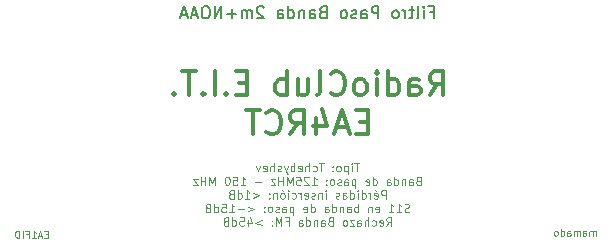
<source format=gbr>
%TF.GenerationSoftware,KiCad,Pcbnew,(5.1.8)-1*%
%TF.CreationDate,2021-01-19T18:41:25+01:00*%
%TF.ProjectId,PAD_2021.01_FiltroNOAA_v1,5041445f-3230-4323-912e-30315f46696c,rev?*%
%TF.SameCoordinates,Original*%
%TF.FileFunction,Legend,Bot*%
%TF.FilePolarity,Positive*%
%FSLAX46Y46*%
G04 Gerber Fmt 4.6, Leading zero omitted, Abs format (unit mm)*
G04 Created by KiCad (PCBNEW (5.1.8)-1) date 2021-01-19 18:41:25*
%MOMM*%
%LPD*%
G01*
G04 APERTURE LIST*
%ADD10C,0.100000*%
%ADD11C,0.300000*%
%ADD12C,0.150000*%
G04 APERTURE END LIST*
D10*
X98221428Y-96257142D02*
X98021428Y-96257142D01*
X97935714Y-96571428D02*
X98221428Y-96571428D01*
X98221428Y-95971428D01*
X97935714Y-95971428D01*
X97707142Y-96400000D02*
X97421428Y-96400000D01*
X97764285Y-96571428D02*
X97564285Y-95971428D01*
X97364285Y-96571428D01*
X96850000Y-96571428D02*
X97192857Y-96571428D01*
X97021428Y-96571428D02*
X97021428Y-95971428D01*
X97078571Y-96057142D01*
X97135714Y-96114285D01*
X97192857Y-96142857D01*
X96392857Y-96257142D02*
X96592857Y-96257142D01*
X96592857Y-96571428D02*
X96592857Y-95971428D01*
X96307142Y-95971428D01*
X96078571Y-96571428D02*
X96078571Y-95971428D01*
X95792857Y-96571428D02*
X95792857Y-95971428D01*
X95650000Y-95971428D01*
X95564285Y-96000000D01*
X95507142Y-96057142D01*
X95478571Y-96114285D01*
X95450000Y-96228571D01*
X95450000Y-96314285D01*
X95478571Y-96428571D01*
X95507142Y-96485714D01*
X95564285Y-96542857D01*
X95650000Y-96571428D01*
X95792857Y-96571428D01*
X144592857Y-96421428D02*
X144592857Y-96021428D01*
X144592857Y-96078571D02*
X144564285Y-96050000D01*
X144507142Y-96021428D01*
X144421428Y-96021428D01*
X144364285Y-96050000D01*
X144335714Y-96107142D01*
X144335714Y-96421428D01*
X144335714Y-96107142D02*
X144307142Y-96050000D01*
X144250000Y-96021428D01*
X144164285Y-96021428D01*
X144107142Y-96050000D01*
X144078571Y-96107142D01*
X144078571Y-96421428D01*
X143535714Y-96421428D02*
X143535714Y-96107142D01*
X143564285Y-96050000D01*
X143621428Y-96021428D01*
X143735714Y-96021428D01*
X143792857Y-96050000D01*
X143535714Y-96392857D02*
X143592857Y-96421428D01*
X143735714Y-96421428D01*
X143792857Y-96392857D01*
X143821428Y-96335714D01*
X143821428Y-96278571D01*
X143792857Y-96221428D01*
X143735714Y-96192857D01*
X143592857Y-96192857D01*
X143535714Y-96164285D01*
X143250000Y-96421428D02*
X143250000Y-96021428D01*
X143250000Y-96078571D02*
X143221428Y-96050000D01*
X143164285Y-96021428D01*
X143078571Y-96021428D01*
X143021428Y-96050000D01*
X142992857Y-96107142D01*
X142992857Y-96421428D01*
X142992857Y-96107142D02*
X142964285Y-96050000D01*
X142907142Y-96021428D01*
X142821428Y-96021428D01*
X142764285Y-96050000D01*
X142735714Y-96107142D01*
X142735714Y-96421428D01*
X142192857Y-96421428D02*
X142192857Y-96107142D01*
X142221428Y-96050000D01*
X142278571Y-96021428D01*
X142392857Y-96021428D01*
X142450000Y-96050000D01*
X142192857Y-96392857D02*
X142250000Y-96421428D01*
X142392857Y-96421428D01*
X142450000Y-96392857D01*
X142478571Y-96335714D01*
X142478571Y-96278571D01*
X142450000Y-96221428D01*
X142392857Y-96192857D01*
X142250000Y-96192857D01*
X142192857Y-96164285D01*
X141650000Y-96421428D02*
X141650000Y-95821428D01*
X141650000Y-96392857D02*
X141707142Y-96421428D01*
X141821428Y-96421428D01*
X141878571Y-96392857D01*
X141907142Y-96364285D01*
X141935714Y-96307142D01*
X141935714Y-96135714D01*
X141907142Y-96078571D01*
X141878571Y-96050000D01*
X141821428Y-96021428D01*
X141707142Y-96021428D01*
X141650000Y-96050000D01*
X141278571Y-96421428D02*
X141335714Y-96392857D01*
X141364285Y-96364285D01*
X141392857Y-96307142D01*
X141392857Y-96135714D01*
X141364285Y-96078571D01*
X141335714Y-96050000D01*
X141278571Y-96021428D01*
X141192857Y-96021428D01*
X141135714Y-96050000D01*
X141107142Y-96078571D01*
X141078571Y-96135714D01*
X141078571Y-96307142D01*
X141107142Y-96364285D01*
X141135714Y-96392857D01*
X141192857Y-96421428D01*
X141278571Y-96421428D01*
D11*
X130538095Y-84504761D02*
X131204761Y-83552380D01*
X131680952Y-84504761D02*
X131680952Y-82504761D01*
X130919047Y-82504761D01*
X130728571Y-82600000D01*
X130633333Y-82695238D01*
X130538095Y-82885714D01*
X130538095Y-83171428D01*
X130633333Y-83361904D01*
X130728571Y-83457142D01*
X130919047Y-83552380D01*
X131680952Y-83552380D01*
X128823809Y-84504761D02*
X128823809Y-83457142D01*
X128919047Y-83266666D01*
X129109523Y-83171428D01*
X129490476Y-83171428D01*
X129680952Y-83266666D01*
X128823809Y-84409523D02*
X129014285Y-84504761D01*
X129490476Y-84504761D01*
X129680952Y-84409523D01*
X129776190Y-84219047D01*
X129776190Y-84028571D01*
X129680952Y-83838095D01*
X129490476Y-83742857D01*
X129014285Y-83742857D01*
X128823809Y-83647619D01*
X127014285Y-84504761D02*
X127014285Y-82504761D01*
X127014285Y-84409523D02*
X127204761Y-84504761D01*
X127585714Y-84504761D01*
X127776190Y-84409523D01*
X127871428Y-84314285D01*
X127966666Y-84123809D01*
X127966666Y-83552380D01*
X127871428Y-83361904D01*
X127776190Y-83266666D01*
X127585714Y-83171428D01*
X127204761Y-83171428D01*
X127014285Y-83266666D01*
X126061904Y-84504761D02*
X126061904Y-83171428D01*
X126061904Y-82504761D02*
X126157142Y-82600000D01*
X126061904Y-82695238D01*
X125966666Y-82600000D01*
X126061904Y-82504761D01*
X126061904Y-82695238D01*
X124823809Y-84504761D02*
X125014285Y-84409523D01*
X125109523Y-84314285D01*
X125204761Y-84123809D01*
X125204761Y-83552380D01*
X125109523Y-83361904D01*
X125014285Y-83266666D01*
X124823809Y-83171428D01*
X124538095Y-83171428D01*
X124347619Y-83266666D01*
X124252380Y-83361904D01*
X124157142Y-83552380D01*
X124157142Y-84123809D01*
X124252380Y-84314285D01*
X124347619Y-84409523D01*
X124538095Y-84504761D01*
X124823809Y-84504761D01*
X122157142Y-84314285D02*
X122252380Y-84409523D01*
X122538095Y-84504761D01*
X122728571Y-84504761D01*
X123014285Y-84409523D01*
X123204761Y-84219047D01*
X123300000Y-84028571D01*
X123395238Y-83647619D01*
X123395238Y-83361904D01*
X123300000Y-82980952D01*
X123204761Y-82790476D01*
X123014285Y-82600000D01*
X122728571Y-82504761D01*
X122538095Y-82504761D01*
X122252380Y-82600000D01*
X122157142Y-82695238D01*
X121014285Y-84504761D02*
X121204761Y-84409523D01*
X121300000Y-84219047D01*
X121300000Y-82504761D01*
X119395238Y-83171428D02*
X119395238Y-84504761D01*
X120252380Y-83171428D02*
X120252380Y-84219047D01*
X120157142Y-84409523D01*
X119966666Y-84504761D01*
X119680952Y-84504761D01*
X119490476Y-84409523D01*
X119395238Y-84314285D01*
X118442857Y-84504761D02*
X118442857Y-82504761D01*
X118442857Y-83266666D02*
X118252380Y-83171428D01*
X117871428Y-83171428D01*
X117680952Y-83266666D01*
X117585714Y-83361904D01*
X117490476Y-83552380D01*
X117490476Y-84123809D01*
X117585714Y-84314285D01*
X117680952Y-84409523D01*
X117871428Y-84504761D01*
X118252380Y-84504761D01*
X118442857Y-84409523D01*
X115109523Y-83457142D02*
X114442857Y-83457142D01*
X114157142Y-84504761D02*
X115109523Y-84504761D01*
X115109523Y-82504761D01*
X114157142Y-82504761D01*
X113300000Y-84314285D02*
X113204761Y-84409523D01*
X113300000Y-84504761D01*
X113395238Y-84409523D01*
X113300000Y-84314285D01*
X113300000Y-84504761D01*
X112347619Y-84504761D02*
X112347619Y-82504761D01*
X111395238Y-84314285D02*
X111300000Y-84409523D01*
X111395238Y-84504761D01*
X111490476Y-84409523D01*
X111395238Y-84314285D01*
X111395238Y-84504761D01*
X110728571Y-82504761D02*
X109585714Y-82504761D01*
X110157142Y-84504761D02*
X110157142Y-82504761D01*
X108919047Y-84314285D02*
X108823809Y-84409523D01*
X108919047Y-84504761D01*
X109014285Y-84409523D01*
X108919047Y-84314285D01*
X108919047Y-84504761D01*
X125300000Y-86757142D02*
X124633333Y-86757142D01*
X124347619Y-87804761D02*
X125300000Y-87804761D01*
X125300000Y-85804761D01*
X124347619Y-85804761D01*
X123585714Y-87233333D02*
X122633333Y-87233333D01*
X123776190Y-87804761D02*
X123109523Y-85804761D01*
X122442857Y-87804761D01*
X120919047Y-86471428D02*
X120919047Y-87804761D01*
X121395238Y-85709523D02*
X121871428Y-87138095D01*
X120633333Y-87138095D01*
X118728571Y-87804761D02*
X119395238Y-86852380D01*
X119871428Y-87804761D02*
X119871428Y-85804761D01*
X119109523Y-85804761D01*
X118919047Y-85900000D01*
X118823809Y-85995238D01*
X118728571Y-86185714D01*
X118728571Y-86471428D01*
X118823809Y-86661904D01*
X118919047Y-86757142D01*
X119109523Y-86852380D01*
X119871428Y-86852380D01*
X116728571Y-87614285D02*
X116823809Y-87709523D01*
X117109523Y-87804761D01*
X117300000Y-87804761D01*
X117585714Y-87709523D01*
X117776190Y-87519047D01*
X117871428Y-87328571D01*
X117966666Y-86947619D01*
X117966666Y-86661904D01*
X117871428Y-86280952D01*
X117776190Y-86090476D01*
X117585714Y-85900000D01*
X117300000Y-85804761D01*
X117109523Y-85804761D01*
X116823809Y-85900000D01*
X116728571Y-85995238D01*
X116157142Y-85804761D02*
X115014285Y-85804761D01*
X115585714Y-87804761D02*
X115585714Y-85804761D01*
D10*
X124566666Y-90266666D02*
X124166666Y-90266666D01*
X124366666Y-90966666D02*
X124366666Y-90266666D01*
X123933333Y-90966666D02*
X123933333Y-90500000D01*
X123933333Y-90266666D02*
X123966666Y-90300000D01*
X123933333Y-90333333D01*
X123900000Y-90300000D01*
X123933333Y-90266666D01*
X123933333Y-90333333D01*
X123600000Y-90500000D02*
X123600000Y-91200000D01*
X123600000Y-90533333D02*
X123533333Y-90500000D01*
X123400000Y-90500000D01*
X123333333Y-90533333D01*
X123300000Y-90566666D01*
X123266666Y-90633333D01*
X123266666Y-90833333D01*
X123300000Y-90900000D01*
X123333333Y-90933333D01*
X123400000Y-90966666D01*
X123533333Y-90966666D01*
X123600000Y-90933333D01*
X122866666Y-90966666D02*
X122933333Y-90933333D01*
X122966666Y-90900000D01*
X123000000Y-90833333D01*
X123000000Y-90633333D01*
X122966666Y-90566666D01*
X122933333Y-90533333D01*
X122866666Y-90500000D01*
X122766666Y-90500000D01*
X122700000Y-90533333D01*
X122666666Y-90566666D01*
X122633333Y-90633333D01*
X122633333Y-90833333D01*
X122666666Y-90900000D01*
X122700000Y-90933333D01*
X122766666Y-90966666D01*
X122866666Y-90966666D01*
X122333333Y-90900000D02*
X122300000Y-90933333D01*
X122333333Y-90966666D01*
X122366666Y-90933333D01*
X122333333Y-90900000D01*
X122333333Y-90966666D01*
X122333333Y-90533333D02*
X122300000Y-90566666D01*
X122333333Y-90600000D01*
X122366666Y-90566666D01*
X122333333Y-90533333D01*
X122333333Y-90600000D01*
X121566666Y-90266666D02*
X121166666Y-90266666D01*
X121366666Y-90966666D02*
X121366666Y-90266666D01*
X120633333Y-90933333D02*
X120700000Y-90966666D01*
X120833333Y-90966666D01*
X120900000Y-90933333D01*
X120933333Y-90900000D01*
X120966666Y-90833333D01*
X120966666Y-90633333D01*
X120933333Y-90566666D01*
X120900000Y-90533333D01*
X120833333Y-90500000D01*
X120700000Y-90500000D01*
X120633333Y-90533333D01*
X120333333Y-90966666D02*
X120333333Y-90266666D01*
X120033333Y-90966666D02*
X120033333Y-90600000D01*
X120066666Y-90533333D01*
X120133333Y-90500000D01*
X120233333Y-90500000D01*
X120300000Y-90533333D01*
X120333333Y-90566666D01*
X119433333Y-90933333D02*
X119500000Y-90966666D01*
X119633333Y-90966666D01*
X119700000Y-90933333D01*
X119733333Y-90866666D01*
X119733333Y-90600000D01*
X119700000Y-90533333D01*
X119633333Y-90500000D01*
X119500000Y-90500000D01*
X119433333Y-90533333D01*
X119400000Y-90600000D01*
X119400000Y-90666666D01*
X119733333Y-90733333D01*
X119100000Y-90966666D02*
X119100000Y-90266666D01*
X119100000Y-90533333D02*
X119033333Y-90500000D01*
X118900000Y-90500000D01*
X118833333Y-90533333D01*
X118800000Y-90566666D01*
X118766666Y-90633333D01*
X118766666Y-90833333D01*
X118800000Y-90900000D01*
X118833333Y-90933333D01*
X118900000Y-90966666D01*
X119033333Y-90966666D01*
X119100000Y-90933333D01*
X118533333Y-90500000D02*
X118366666Y-90966666D01*
X118200000Y-90500000D02*
X118366666Y-90966666D01*
X118433333Y-91133333D01*
X118466666Y-91166666D01*
X118533333Y-91200000D01*
X117966666Y-90933333D02*
X117900000Y-90966666D01*
X117766666Y-90966666D01*
X117700000Y-90933333D01*
X117666666Y-90866666D01*
X117666666Y-90833333D01*
X117700000Y-90766666D01*
X117766666Y-90733333D01*
X117866666Y-90733333D01*
X117933333Y-90700000D01*
X117966666Y-90633333D01*
X117966666Y-90600000D01*
X117933333Y-90533333D01*
X117866666Y-90500000D01*
X117766666Y-90500000D01*
X117700000Y-90533333D01*
X117366666Y-90966666D02*
X117366666Y-90266666D01*
X117066666Y-90966666D02*
X117066666Y-90600000D01*
X117100000Y-90533333D01*
X117166666Y-90500000D01*
X117266666Y-90500000D01*
X117333333Y-90533333D01*
X117366666Y-90566666D01*
X116466666Y-90933333D02*
X116533333Y-90966666D01*
X116666666Y-90966666D01*
X116733333Y-90933333D01*
X116766666Y-90866666D01*
X116766666Y-90600000D01*
X116733333Y-90533333D01*
X116666666Y-90500000D01*
X116533333Y-90500000D01*
X116466666Y-90533333D01*
X116433333Y-90600000D01*
X116433333Y-90666666D01*
X116766666Y-90733333D01*
X116200000Y-90500000D02*
X116033333Y-90966666D01*
X115866666Y-90500000D01*
X129566666Y-91750000D02*
X129466666Y-91783333D01*
X129433333Y-91816666D01*
X129400000Y-91883333D01*
X129400000Y-91983333D01*
X129433333Y-92050000D01*
X129466666Y-92083333D01*
X129533333Y-92116666D01*
X129800000Y-92116666D01*
X129800000Y-91416666D01*
X129566666Y-91416666D01*
X129500000Y-91450000D01*
X129466666Y-91483333D01*
X129433333Y-91550000D01*
X129433333Y-91616666D01*
X129466666Y-91683333D01*
X129500000Y-91716666D01*
X129566666Y-91750000D01*
X129800000Y-91750000D01*
X128800000Y-92116666D02*
X128800000Y-91750000D01*
X128833333Y-91683333D01*
X128900000Y-91650000D01*
X129033333Y-91650000D01*
X129100000Y-91683333D01*
X128800000Y-92083333D02*
X128866666Y-92116666D01*
X129033333Y-92116666D01*
X129100000Y-92083333D01*
X129133333Y-92016666D01*
X129133333Y-91950000D01*
X129100000Y-91883333D01*
X129033333Y-91850000D01*
X128866666Y-91850000D01*
X128800000Y-91816666D01*
X128466666Y-91650000D02*
X128466666Y-92116666D01*
X128466666Y-91716666D02*
X128433333Y-91683333D01*
X128366666Y-91650000D01*
X128266666Y-91650000D01*
X128200000Y-91683333D01*
X128166666Y-91750000D01*
X128166666Y-92116666D01*
X127533333Y-92116666D02*
X127533333Y-91416666D01*
X127533333Y-92083333D02*
X127600000Y-92116666D01*
X127733333Y-92116666D01*
X127800000Y-92083333D01*
X127833333Y-92050000D01*
X127866666Y-91983333D01*
X127866666Y-91783333D01*
X127833333Y-91716666D01*
X127800000Y-91683333D01*
X127733333Y-91650000D01*
X127600000Y-91650000D01*
X127533333Y-91683333D01*
X126900000Y-92116666D02*
X126900000Y-91750000D01*
X126933333Y-91683333D01*
X127000000Y-91650000D01*
X127133333Y-91650000D01*
X127200000Y-91683333D01*
X126900000Y-92083333D02*
X126966666Y-92116666D01*
X127133333Y-92116666D01*
X127200000Y-92083333D01*
X127233333Y-92016666D01*
X127233333Y-91950000D01*
X127200000Y-91883333D01*
X127133333Y-91850000D01*
X126966666Y-91850000D01*
X126900000Y-91816666D01*
X125733333Y-92116666D02*
X125733333Y-91416666D01*
X125733333Y-92083333D02*
X125800000Y-92116666D01*
X125933333Y-92116666D01*
X126000000Y-92083333D01*
X126033333Y-92050000D01*
X126066666Y-91983333D01*
X126066666Y-91783333D01*
X126033333Y-91716666D01*
X126000000Y-91683333D01*
X125933333Y-91650000D01*
X125800000Y-91650000D01*
X125733333Y-91683333D01*
X125133333Y-92083333D02*
X125200000Y-92116666D01*
X125333333Y-92116666D01*
X125400000Y-92083333D01*
X125433333Y-92016666D01*
X125433333Y-91750000D01*
X125400000Y-91683333D01*
X125333333Y-91650000D01*
X125200000Y-91650000D01*
X125133333Y-91683333D01*
X125100000Y-91750000D01*
X125100000Y-91816666D01*
X125433333Y-91883333D01*
X124266666Y-91650000D02*
X124266666Y-92350000D01*
X124266666Y-91683333D02*
X124200000Y-91650000D01*
X124066666Y-91650000D01*
X124000000Y-91683333D01*
X123966666Y-91716666D01*
X123933333Y-91783333D01*
X123933333Y-91983333D01*
X123966666Y-92050000D01*
X124000000Y-92083333D01*
X124066666Y-92116666D01*
X124200000Y-92116666D01*
X124266666Y-92083333D01*
X123333333Y-92116666D02*
X123333333Y-91750000D01*
X123366666Y-91683333D01*
X123433333Y-91650000D01*
X123566666Y-91650000D01*
X123633333Y-91683333D01*
X123333333Y-92083333D02*
X123400000Y-92116666D01*
X123566666Y-92116666D01*
X123633333Y-92083333D01*
X123666666Y-92016666D01*
X123666666Y-91950000D01*
X123633333Y-91883333D01*
X123566666Y-91850000D01*
X123400000Y-91850000D01*
X123333333Y-91816666D01*
X123033333Y-92083333D02*
X122966666Y-92116666D01*
X122833333Y-92116666D01*
X122766666Y-92083333D01*
X122733333Y-92016666D01*
X122733333Y-91983333D01*
X122766666Y-91916666D01*
X122833333Y-91883333D01*
X122933333Y-91883333D01*
X123000000Y-91850000D01*
X123033333Y-91783333D01*
X123033333Y-91750000D01*
X123000000Y-91683333D01*
X122933333Y-91650000D01*
X122833333Y-91650000D01*
X122766666Y-91683333D01*
X122333333Y-92116666D02*
X122400000Y-92083333D01*
X122433333Y-92050000D01*
X122466666Y-91983333D01*
X122466666Y-91783333D01*
X122433333Y-91716666D01*
X122400000Y-91683333D01*
X122333333Y-91650000D01*
X122233333Y-91650000D01*
X122166666Y-91683333D01*
X122133333Y-91716666D01*
X122100000Y-91783333D01*
X122100000Y-91983333D01*
X122133333Y-92050000D01*
X122166666Y-92083333D01*
X122233333Y-92116666D01*
X122333333Y-92116666D01*
X121800000Y-92050000D02*
X121766666Y-92083333D01*
X121800000Y-92116666D01*
X121833333Y-92083333D01*
X121800000Y-92050000D01*
X121800000Y-92116666D01*
X121800000Y-91683333D02*
X121766666Y-91716666D01*
X121800000Y-91750000D01*
X121833333Y-91716666D01*
X121800000Y-91683333D01*
X121800000Y-91750000D01*
X120566666Y-92116666D02*
X120966666Y-92116666D01*
X120766666Y-92116666D02*
X120766666Y-91416666D01*
X120833333Y-91516666D01*
X120900000Y-91583333D01*
X120966666Y-91616666D01*
X120300000Y-91483333D02*
X120266666Y-91450000D01*
X120200000Y-91416666D01*
X120033333Y-91416666D01*
X119966666Y-91450000D01*
X119933333Y-91483333D01*
X119900000Y-91550000D01*
X119900000Y-91616666D01*
X119933333Y-91716666D01*
X120333333Y-92116666D01*
X119900000Y-92116666D01*
X119266666Y-91416666D02*
X119600000Y-91416666D01*
X119633333Y-91750000D01*
X119600000Y-91716666D01*
X119533333Y-91683333D01*
X119366666Y-91683333D01*
X119300000Y-91716666D01*
X119266666Y-91750000D01*
X119233333Y-91816666D01*
X119233333Y-91983333D01*
X119266666Y-92050000D01*
X119300000Y-92083333D01*
X119366666Y-92116666D01*
X119533333Y-92116666D01*
X119600000Y-92083333D01*
X119633333Y-92050000D01*
X118933333Y-92116666D02*
X118933333Y-91416666D01*
X118700000Y-91916666D01*
X118466666Y-91416666D01*
X118466666Y-92116666D01*
X118133333Y-92116666D02*
X118133333Y-91416666D01*
X118133333Y-91750000D02*
X117733333Y-91750000D01*
X117733333Y-92116666D02*
X117733333Y-91416666D01*
X117466666Y-91650000D02*
X117100000Y-91650000D01*
X117466666Y-92116666D01*
X117100000Y-92116666D01*
X116300000Y-91850000D02*
X115766666Y-91850000D01*
X114533333Y-92116666D02*
X114933333Y-92116666D01*
X114733333Y-92116666D02*
X114733333Y-91416666D01*
X114800000Y-91516666D01*
X114866666Y-91583333D01*
X114933333Y-91616666D01*
X113900000Y-91416666D02*
X114233333Y-91416666D01*
X114266666Y-91750000D01*
X114233333Y-91716666D01*
X114166666Y-91683333D01*
X114000000Y-91683333D01*
X113933333Y-91716666D01*
X113900000Y-91750000D01*
X113866666Y-91816666D01*
X113866666Y-91983333D01*
X113900000Y-92050000D01*
X113933333Y-92083333D01*
X114000000Y-92116666D01*
X114166666Y-92116666D01*
X114233333Y-92083333D01*
X114266666Y-92050000D01*
X113433333Y-91416666D02*
X113366666Y-91416666D01*
X113300000Y-91450000D01*
X113266666Y-91483333D01*
X113233333Y-91550000D01*
X113200000Y-91683333D01*
X113200000Y-91850000D01*
X113233333Y-91983333D01*
X113266666Y-92050000D01*
X113300000Y-92083333D01*
X113366666Y-92116666D01*
X113433333Y-92116666D01*
X113500000Y-92083333D01*
X113533333Y-92050000D01*
X113566666Y-91983333D01*
X113600000Y-91850000D01*
X113600000Y-91683333D01*
X113566666Y-91550000D01*
X113533333Y-91483333D01*
X113500000Y-91450000D01*
X113433333Y-91416666D01*
X112366666Y-92116666D02*
X112366666Y-91416666D01*
X112133333Y-91916666D01*
X111900000Y-91416666D01*
X111900000Y-92116666D01*
X111566666Y-92116666D02*
X111566666Y-91416666D01*
X111566666Y-91750000D02*
X111166666Y-91750000D01*
X111166666Y-92116666D02*
X111166666Y-91416666D01*
X110900000Y-91650000D02*
X110533333Y-91650000D01*
X110900000Y-92116666D01*
X110533333Y-92116666D01*
X126816666Y-93266666D02*
X126816666Y-92566666D01*
X126550000Y-92566666D01*
X126483333Y-92600000D01*
X126450000Y-92633333D01*
X126416666Y-92700000D01*
X126416666Y-92800000D01*
X126450000Y-92866666D01*
X126483333Y-92900000D01*
X126550000Y-92933333D01*
X126816666Y-92933333D01*
X125850000Y-93233333D02*
X125916666Y-93266666D01*
X126050000Y-93266666D01*
X126116666Y-93233333D01*
X126150000Y-93166666D01*
X126150000Y-92900000D01*
X126116666Y-92833333D01*
X126050000Y-92800000D01*
X125916666Y-92800000D01*
X125850000Y-92833333D01*
X125816666Y-92900000D01*
X125816666Y-92966666D01*
X126150000Y-93033333D01*
X125916666Y-92533333D02*
X126016666Y-92633333D01*
X125516666Y-93266666D02*
X125516666Y-92800000D01*
X125516666Y-92933333D02*
X125483333Y-92866666D01*
X125450000Y-92833333D01*
X125383333Y-92800000D01*
X125316666Y-92800000D01*
X124783333Y-93266666D02*
X124783333Y-92566666D01*
X124783333Y-93233333D02*
X124850000Y-93266666D01*
X124983333Y-93266666D01*
X125050000Y-93233333D01*
X125083333Y-93200000D01*
X125116666Y-93133333D01*
X125116666Y-92933333D01*
X125083333Y-92866666D01*
X125050000Y-92833333D01*
X124983333Y-92800000D01*
X124850000Y-92800000D01*
X124783333Y-92833333D01*
X124450000Y-93266666D02*
X124450000Y-92800000D01*
X124450000Y-92566666D02*
X124483333Y-92600000D01*
X124450000Y-92633333D01*
X124416666Y-92600000D01*
X124450000Y-92566666D01*
X124450000Y-92633333D01*
X123816666Y-93266666D02*
X123816666Y-92566666D01*
X123816666Y-93233333D02*
X123883333Y-93266666D01*
X124016666Y-93266666D01*
X124083333Y-93233333D01*
X124116666Y-93200000D01*
X124150000Y-93133333D01*
X124150000Y-92933333D01*
X124116666Y-92866666D01*
X124083333Y-92833333D01*
X124016666Y-92800000D01*
X123883333Y-92800000D01*
X123816666Y-92833333D01*
X123183333Y-93266666D02*
X123183333Y-92900000D01*
X123216666Y-92833333D01*
X123283333Y-92800000D01*
X123416666Y-92800000D01*
X123483333Y-92833333D01*
X123183333Y-93233333D02*
X123250000Y-93266666D01*
X123416666Y-93266666D01*
X123483333Y-93233333D01*
X123516666Y-93166666D01*
X123516666Y-93100000D01*
X123483333Y-93033333D01*
X123416666Y-93000000D01*
X123250000Y-93000000D01*
X123183333Y-92966666D01*
X122883333Y-93233333D02*
X122816666Y-93266666D01*
X122683333Y-93266666D01*
X122616666Y-93233333D01*
X122583333Y-93166666D01*
X122583333Y-93133333D01*
X122616666Y-93066666D01*
X122683333Y-93033333D01*
X122783333Y-93033333D01*
X122850000Y-93000000D01*
X122883333Y-92933333D01*
X122883333Y-92900000D01*
X122850000Y-92833333D01*
X122783333Y-92800000D01*
X122683333Y-92800000D01*
X122616666Y-92833333D01*
X121750000Y-93266666D02*
X121750000Y-92800000D01*
X121750000Y-92566666D02*
X121783333Y-92600000D01*
X121750000Y-92633333D01*
X121716666Y-92600000D01*
X121750000Y-92566666D01*
X121750000Y-92633333D01*
X121416666Y-92800000D02*
X121416666Y-93266666D01*
X121416666Y-92866666D02*
X121383333Y-92833333D01*
X121316666Y-92800000D01*
X121216666Y-92800000D01*
X121150000Y-92833333D01*
X121116666Y-92900000D01*
X121116666Y-93266666D01*
X120816666Y-93233333D02*
X120750000Y-93266666D01*
X120616666Y-93266666D01*
X120550000Y-93233333D01*
X120516666Y-93166666D01*
X120516666Y-93133333D01*
X120550000Y-93066666D01*
X120616666Y-93033333D01*
X120716666Y-93033333D01*
X120783333Y-93000000D01*
X120816666Y-92933333D01*
X120816666Y-92900000D01*
X120783333Y-92833333D01*
X120716666Y-92800000D01*
X120616666Y-92800000D01*
X120550000Y-92833333D01*
X119950000Y-93233333D02*
X120016666Y-93266666D01*
X120150000Y-93266666D01*
X120216666Y-93233333D01*
X120250000Y-93166666D01*
X120250000Y-92900000D01*
X120216666Y-92833333D01*
X120150000Y-92800000D01*
X120016666Y-92800000D01*
X119950000Y-92833333D01*
X119916666Y-92900000D01*
X119916666Y-92966666D01*
X120250000Y-93033333D01*
X119616666Y-93266666D02*
X119616666Y-92800000D01*
X119616666Y-92933333D02*
X119583333Y-92866666D01*
X119550000Y-92833333D01*
X119483333Y-92800000D01*
X119416666Y-92800000D01*
X118883333Y-93233333D02*
X118950000Y-93266666D01*
X119083333Y-93266666D01*
X119150000Y-93233333D01*
X119183333Y-93200000D01*
X119216666Y-93133333D01*
X119216666Y-92933333D01*
X119183333Y-92866666D01*
X119150000Y-92833333D01*
X119083333Y-92800000D01*
X118950000Y-92800000D01*
X118883333Y-92833333D01*
X118583333Y-93266666D02*
X118583333Y-92800000D01*
X118583333Y-92566666D02*
X118616666Y-92600000D01*
X118583333Y-92633333D01*
X118550000Y-92600000D01*
X118583333Y-92566666D01*
X118583333Y-92633333D01*
X118150000Y-93266666D02*
X118216666Y-93233333D01*
X118250000Y-93200000D01*
X118283333Y-93133333D01*
X118283333Y-92933333D01*
X118250000Y-92866666D01*
X118216666Y-92833333D01*
X118150000Y-92800000D01*
X118050000Y-92800000D01*
X117983333Y-92833333D01*
X117950000Y-92866666D01*
X117916666Y-92933333D01*
X117916666Y-93133333D01*
X117950000Y-93200000D01*
X117983333Y-93233333D01*
X118050000Y-93266666D01*
X118150000Y-93266666D01*
X118016666Y-92533333D02*
X118116666Y-92633333D01*
X117616666Y-92800000D02*
X117616666Y-93266666D01*
X117616666Y-92866666D02*
X117583333Y-92833333D01*
X117516666Y-92800000D01*
X117416666Y-92800000D01*
X117350000Y-92833333D01*
X117316666Y-92900000D01*
X117316666Y-93266666D01*
X116983333Y-93200000D02*
X116950000Y-93233333D01*
X116983333Y-93266666D01*
X117016666Y-93233333D01*
X116983333Y-93200000D01*
X116983333Y-93266666D01*
X116983333Y-92833333D02*
X116950000Y-92866666D01*
X116983333Y-92900000D01*
X117016666Y-92866666D01*
X116983333Y-92833333D01*
X116983333Y-92900000D01*
X115583333Y-92800000D02*
X116116666Y-93000000D01*
X115583333Y-93200000D01*
X114883333Y-93266666D02*
X115283333Y-93266666D01*
X115083333Y-93266666D02*
X115083333Y-92566666D01*
X115150000Y-92666666D01*
X115216666Y-92733333D01*
X115283333Y-92766666D01*
X114283333Y-93266666D02*
X114283333Y-92566666D01*
X114283333Y-93233333D02*
X114350000Y-93266666D01*
X114483333Y-93266666D01*
X114550000Y-93233333D01*
X114583333Y-93200000D01*
X114616666Y-93133333D01*
X114616666Y-92933333D01*
X114583333Y-92866666D01*
X114550000Y-92833333D01*
X114483333Y-92800000D01*
X114350000Y-92800000D01*
X114283333Y-92833333D01*
X113716666Y-92900000D02*
X113616666Y-92933333D01*
X113583333Y-92966666D01*
X113550000Y-93033333D01*
X113550000Y-93133333D01*
X113583333Y-93200000D01*
X113616666Y-93233333D01*
X113683333Y-93266666D01*
X113950000Y-93266666D01*
X113950000Y-92566666D01*
X113716666Y-92566666D01*
X113650000Y-92600000D01*
X113616666Y-92633333D01*
X113583333Y-92700000D01*
X113583333Y-92766666D01*
X113616666Y-92833333D01*
X113650000Y-92866666D01*
X113716666Y-92900000D01*
X113950000Y-92900000D01*
X128816666Y-94383333D02*
X128716666Y-94416666D01*
X128550000Y-94416666D01*
X128483333Y-94383333D01*
X128450000Y-94350000D01*
X128416666Y-94283333D01*
X128416666Y-94216666D01*
X128450000Y-94150000D01*
X128483333Y-94116666D01*
X128550000Y-94083333D01*
X128683333Y-94050000D01*
X128750000Y-94016666D01*
X128783333Y-93983333D01*
X128816666Y-93916666D01*
X128816666Y-93850000D01*
X128783333Y-93783333D01*
X128750000Y-93750000D01*
X128683333Y-93716666D01*
X128516666Y-93716666D01*
X128416666Y-93750000D01*
X127750000Y-94416666D02*
X128150000Y-94416666D01*
X127950000Y-94416666D02*
X127950000Y-93716666D01*
X128016666Y-93816666D01*
X128083333Y-93883333D01*
X128150000Y-93916666D01*
X127083333Y-94416666D02*
X127483333Y-94416666D01*
X127283333Y-94416666D02*
X127283333Y-93716666D01*
X127350000Y-93816666D01*
X127416666Y-93883333D01*
X127483333Y-93916666D01*
X125983333Y-94383333D02*
X126050000Y-94416666D01*
X126183333Y-94416666D01*
X126250000Y-94383333D01*
X126283333Y-94316666D01*
X126283333Y-94050000D01*
X126250000Y-93983333D01*
X126183333Y-93950000D01*
X126050000Y-93950000D01*
X125983333Y-93983333D01*
X125950000Y-94050000D01*
X125950000Y-94116666D01*
X126283333Y-94183333D01*
X125650000Y-93950000D02*
X125650000Y-94416666D01*
X125650000Y-94016666D02*
X125616666Y-93983333D01*
X125550000Y-93950000D01*
X125450000Y-93950000D01*
X125383333Y-93983333D01*
X125350000Y-94050000D01*
X125350000Y-94416666D01*
X124483333Y-94416666D02*
X124483333Y-93716666D01*
X124483333Y-93983333D02*
X124416666Y-93950000D01*
X124283333Y-93950000D01*
X124216666Y-93983333D01*
X124183333Y-94016666D01*
X124150000Y-94083333D01*
X124150000Y-94283333D01*
X124183333Y-94350000D01*
X124216666Y-94383333D01*
X124283333Y-94416666D01*
X124416666Y-94416666D01*
X124483333Y-94383333D01*
X123550000Y-94416666D02*
X123550000Y-94050000D01*
X123583333Y-93983333D01*
X123650000Y-93950000D01*
X123783333Y-93950000D01*
X123850000Y-93983333D01*
X123550000Y-94383333D02*
X123616666Y-94416666D01*
X123783333Y-94416666D01*
X123850000Y-94383333D01*
X123883333Y-94316666D01*
X123883333Y-94250000D01*
X123850000Y-94183333D01*
X123783333Y-94150000D01*
X123616666Y-94150000D01*
X123550000Y-94116666D01*
X123216666Y-93950000D02*
X123216666Y-94416666D01*
X123216666Y-94016666D02*
X123183333Y-93983333D01*
X123116666Y-93950000D01*
X123016666Y-93950000D01*
X122950000Y-93983333D01*
X122916666Y-94050000D01*
X122916666Y-94416666D01*
X122283333Y-94416666D02*
X122283333Y-93716666D01*
X122283333Y-94383333D02*
X122350000Y-94416666D01*
X122483333Y-94416666D01*
X122550000Y-94383333D01*
X122583333Y-94350000D01*
X122616666Y-94283333D01*
X122616666Y-94083333D01*
X122583333Y-94016666D01*
X122550000Y-93983333D01*
X122483333Y-93950000D01*
X122350000Y-93950000D01*
X122283333Y-93983333D01*
X121650000Y-94416666D02*
X121650000Y-94050000D01*
X121683333Y-93983333D01*
X121750000Y-93950000D01*
X121883333Y-93950000D01*
X121950000Y-93983333D01*
X121650000Y-94383333D02*
X121716666Y-94416666D01*
X121883333Y-94416666D01*
X121950000Y-94383333D01*
X121983333Y-94316666D01*
X121983333Y-94250000D01*
X121950000Y-94183333D01*
X121883333Y-94150000D01*
X121716666Y-94150000D01*
X121650000Y-94116666D01*
X120483333Y-94416666D02*
X120483333Y-93716666D01*
X120483333Y-94383333D02*
X120550000Y-94416666D01*
X120683333Y-94416666D01*
X120750000Y-94383333D01*
X120783333Y-94350000D01*
X120816666Y-94283333D01*
X120816666Y-94083333D01*
X120783333Y-94016666D01*
X120750000Y-93983333D01*
X120683333Y-93950000D01*
X120550000Y-93950000D01*
X120483333Y-93983333D01*
X119883333Y-94383333D02*
X119950000Y-94416666D01*
X120083333Y-94416666D01*
X120150000Y-94383333D01*
X120183333Y-94316666D01*
X120183333Y-94050000D01*
X120150000Y-93983333D01*
X120083333Y-93950000D01*
X119950000Y-93950000D01*
X119883333Y-93983333D01*
X119850000Y-94050000D01*
X119850000Y-94116666D01*
X120183333Y-94183333D01*
X119016666Y-93950000D02*
X119016666Y-94650000D01*
X119016666Y-93983333D02*
X118950000Y-93950000D01*
X118816666Y-93950000D01*
X118750000Y-93983333D01*
X118716666Y-94016666D01*
X118683333Y-94083333D01*
X118683333Y-94283333D01*
X118716666Y-94350000D01*
X118750000Y-94383333D01*
X118816666Y-94416666D01*
X118950000Y-94416666D01*
X119016666Y-94383333D01*
X118083333Y-94416666D02*
X118083333Y-94050000D01*
X118116666Y-93983333D01*
X118183333Y-93950000D01*
X118316666Y-93950000D01*
X118383333Y-93983333D01*
X118083333Y-94383333D02*
X118150000Y-94416666D01*
X118316666Y-94416666D01*
X118383333Y-94383333D01*
X118416666Y-94316666D01*
X118416666Y-94250000D01*
X118383333Y-94183333D01*
X118316666Y-94150000D01*
X118150000Y-94150000D01*
X118083333Y-94116666D01*
X117783333Y-94383333D02*
X117716666Y-94416666D01*
X117583333Y-94416666D01*
X117516666Y-94383333D01*
X117483333Y-94316666D01*
X117483333Y-94283333D01*
X117516666Y-94216666D01*
X117583333Y-94183333D01*
X117683333Y-94183333D01*
X117750000Y-94150000D01*
X117783333Y-94083333D01*
X117783333Y-94050000D01*
X117750000Y-93983333D01*
X117683333Y-93950000D01*
X117583333Y-93950000D01*
X117516666Y-93983333D01*
X117083333Y-94416666D02*
X117150000Y-94383333D01*
X117183333Y-94350000D01*
X117216666Y-94283333D01*
X117216666Y-94083333D01*
X117183333Y-94016666D01*
X117150000Y-93983333D01*
X117083333Y-93950000D01*
X116983333Y-93950000D01*
X116916666Y-93983333D01*
X116883333Y-94016666D01*
X116850000Y-94083333D01*
X116850000Y-94283333D01*
X116883333Y-94350000D01*
X116916666Y-94383333D01*
X116983333Y-94416666D01*
X117083333Y-94416666D01*
X116550000Y-94350000D02*
X116516666Y-94383333D01*
X116550000Y-94416666D01*
X116583333Y-94383333D01*
X116550000Y-94350000D01*
X116550000Y-94416666D01*
X116550000Y-93983333D02*
X116516666Y-94016666D01*
X116550000Y-94050000D01*
X116583333Y-94016666D01*
X116550000Y-93983333D01*
X116550000Y-94050000D01*
X115150000Y-93950000D02*
X115683333Y-94150000D01*
X115150000Y-94350000D01*
X114816666Y-94150000D02*
X114283333Y-94150000D01*
X113583333Y-94416666D02*
X113983333Y-94416666D01*
X113783333Y-94416666D02*
X113783333Y-93716666D01*
X113850000Y-93816666D01*
X113916666Y-93883333D01*
X113983333Y-93916666D01*
X112950000Y-93716666D02*
X113283333Y-93716666D01*
X113316666Y-94050000D01*
X113283333Y-94016666D01*
X113216666Y-93983333D01*
X113050000Y-93983333D01*
X112983333Y-94016666D01*
X112950000Y-94050000D01*
X112916666Y-94116666D01*
X112916666Y-94283333D01*
X112950000Y-94350000D01*
X112983333Y-94383333D01*
X113050000Y-94416666D01*
X113216666Y-94416666D01*
X113283333Y-94383333D01*
X113316666Y-94350000D01*
X112316666Y-94416666D02*
X112316666Y-93716666D01*
X112316666Y-94383333D02*
X112383333Y-94416666D01*
X112516666Y-94416666D01*
X112583333Y-94383333D01*
X112616666Y-94350000D01*
X112650000Y-94283333D01*
X112650000Y-94083333D01*
X112616666Y-94016666D01*
X112583333Y-93983333D01*
X112516666Y-93950000D01*
X112383333Y-93950000D01*
X112316666Y-93983333D01*
X111750000Y-94050000D02*
X111650000Y-94083333D01*
X111616666Y-94116666D01*
X111583333Y-94183333D01*
X111583333Y-94283333D01*
X111616666Y-94350000D01*
X111650000Y-94383333D01*
X111716666Y-94416666D01*
X111983333Y-94416666D01*
X111983333Y-93716666D01*
X111750000Y-93716666D01*
X111683333Y-93750000D01*
X111650000Y-93783333D01*
X111616666Y-93850000D01*
X111616666Y-93916666D01*
X111650000Y-93983333D01*
X111683333Y-94016666D01*
X111750000Y-94050000D01*
X111983333Y-94050000D01*
X126866666Y-95566666D02*
X127100000Y-95233333D01*
X127266666Y-95566666D02*
X127266666Y-94866666D01*
X127000000Y-94866666D01*
X126933333Y-94900000D01*
X126900000Y-94933333D01*
X126866666Y-95000000D01*
X126866666Y-95100000D01*
X126900000Y-95166666D01*
X126933333Y-95200000D01*
X127000000Y-95233333D01*
X127266666Y-95233333D01*
X126300000Y-95533333D02*
X126366666Y-95566666D01*
X126500000Y-95566666D01*
X126566666Y-95533333D01*
X126600000Y-95466666D01*
X126600000Y-95200000D01*
X126566666Y-95133333D01*
X126500000Y-95100000D01*
X126366666Y-95100000D01*
X126300000Y-95133333D01*
X126266666Y-95200000D01*
X126266666Y-95266666D01*
X126600000Y-95333333D01*
X125666666Y-95533333D02*
X125733333Y-95566666D01*
X125866666Y-95566666D01*
X125933333Y-95533333D01*
X125966666Y-95500000D01*
X126000000Y-95433333D01*
X126000000Y-95233333D01*
X125966666Y-95166666D01*
X125933333Y-95133333D01*
X125866666Y-95100000D01*
X125733333Y-95100000D01*
X125666666Y-95133333D01*
X125366666Y-95566666D02*
X125366666Y-94866666D01*
X125066666Y-95566666D02*
X125066666Y-95200000D01*
X125100000Y-95133333D01*
X125166666Y-95100000D01*
X125266666Y-95100000D01*
X125333333Y-95133333D01*
X125366666Y-95166666D01*
X124433333Y-95566666D02*
X124433333Y-95200000D01*
X124466666Y-95133333D01*
X124533333Y-95100000D01*
X124666666Y-95100000D01*
X124733333Y-95133333D01*
X124433333Y-95533333D02*
X124500000Y-95566666D01*
X124666666Y-95566666D01*
X124733333Y-95533333D01*
X124766666Y-95466666D01*
X124766666Y-95400000D01*
X124733333Y-95333333D01*
X124666666Y-95300000D01*
X124500000Y-95300000D01*
X124433333Y-95266666D01*
X124166666Y-95100000D02*
X123800000Y-95100000D01*
X124166666Y-95566666D01*
X123800000Y-95566666D01*
X123433333Y-95566666D02*
X123500000Y-95533333D01*
X123533333Y-95500000D01*
X123566666Y-95433333D01*
X123566666Y-95233333D01*
X123533333Y-95166666D01*
X123500000Y-95133333D01*
X123433333Y-95100000D01*
X123333333Y-95100000D01*
X123266666Y-95133333D01*
X123233333Y-95166666D01*
X123200000Y-95233333D01*
X123200000Y-95433333D01*
X123233333Y-95500000D01*
X123266666Y-95533333D01*
X123333333Y-95566666D01*
X123433333Y-95566666D01*
X122133333Y-95200000D02*
X122033333Y-95233333D01*
X122000000Y-95266666D01*
X121966666Y-95333333D01*
X121966666Y-95433333D01*
X122000000Y-95500000D01*
X122033333Y-95533333D01*
X122100000Y-95566666D01*
X122366666Y-95566666D01*
X122366666Y-94866666D01*
X122133333Y-94866666D01*
X122066666Y-94900000D01*
X122033333Y-94933333D01*
X122000000Y-95000000D01*
X122000000Y-95066666D01*
X122033333Y-95133333D01*
X122066666Y-95166666D01*
X122133333Y-95200000D01*
X122366666Y-95200000D01*
X121366666Y-95566666D02*
X121366666Y-95200000D01*
X121400000Y-95133333D01*
X121466666Y-95100000D01*
X121600000Y-95100000D01*
X121666666Y-95133333D01*
X121366666Y-95533333D02*
X121433333Y-95566666D01*
X121600000Y-95566666D01*
X121666666Y-95533333D01*
X121700000Y-95466666D01*
X121700000Y-95400000D01*
X121666666Y-95333333D01*
X121600000Y-95300000D01*
X121433333Y-95300000D01*
X121366666Y-95266666D01*
X121033333Y-95100000D02*
X121033333Y-95566666D01*
X121033333Y-95166666D02*
X121000000Y-95133333D01*
X120933333Y-95100000D01*
X120833333Y-95100000D01*
X120766666Y-95133333D01*
X120733333Y-95200000D01*
X120733333Y-95566666D01*
X120100000Y-95566666D02*
X120100000Y-94866666D01*
X120100000Y-95533333D02*
X120166666Y-95566666D01*
X120300000Y-95566666D01*
X120366666Y-95533333D01*
X120400000Y-95500000D01*
X120433333Y-95433333D01*
X120433333Y-95233333D01*
X120400000Y-95166666D01*
X120366666Y-95133333D01*
X120300000Y-95100000D01*
X120166666Y-95100000D01*
X120100000Y-95133333D01*
X119466666Y-95566666D02*
X119466666Y-95200000D01*
X119500000Y-95133333D01*
X119566666Y-95100000D01*
X119700000Y-95100000D01*
X119766666Y-95133333D01*
X119466666Y-95533333D02*
X119533333Y-95566666D01*
X119700000Y-95566666D01*
X119766666Y-95533333D01*
X119800000Y-95466666D01*
X119800000Y-95400000D01*
X119766666Y-95333333D01*
X119700000Y-95300000D01*
X119533333Y-95300000D01*
X119466666Y-95266666D01*
X118366666Y-95200000D02*
X118600000Y-95200000D01*
X118600000Y-95566666D02*
X118600000Y-94866666D01*
X118266666Y-94866666D01*
X118000000Y-95566666D02*
X118000000Y-94866666D01*
X117766666Y-95366666D01*
X117533333Y-94866666D01*
X117533333Y-95566666D01*
X117200000Y-95500000D02*
X117166666Y-95533333D01*
X117200000Y-95566666D01*
X117233333Y-95533333D01*
X117200000Y-95500000D01*
X117200000Y-95566666D01*
X117200000Y-95133333D02*
X117166666Y-95166666D01*
X117200000Y-95200000D01*
X117233333Y-95166666D01*
X117200000Y-95133333D01*
X117200000Y-95200000D01*
X116333333Y-95100000D02*
X115800000Y-95300000D01*
X116333333Y-95500000D01*
X115166666Y-95100000D02*
X115166666Y-95566666D01*
X115333333Y-94833333D02*
X115500000Y-95333333D01*
X115066666Y-95333333D01*
X114466666Y-94866666D02*
X114800000Y-94866666D01*
X114833333Y-95200000D01*
X114800000Y-95166666D01*
X114733333Y-95133333D01*
X114566666Y-95133333D01*
X114500000Y-95166666D01*
X114466666Y-95200000D01*
X114433333Y-95266666D01*
X114433333Y-95433333D01*
X114466666Y-95500000D01*
X114500000Y-95533333D01*
X114566666Y-95566666D01*
X114733333Y-95566666D01*
X114800000Y-95533333D01*
X114833333Y-95500000D01*
X113833333Y-95566666D02*
X113833333Y-94866666D01*
X113833333Y-95533333D02*
X113900000Y-95566666D01*
X114033333Y-95566666D01*
X114100000Y-95533333D01*
X114133333Y-95500000D01*
X114166666Y-95433333D01*
X114166666Y-95233333D01*
X114133333Y-95166666D01*
X114100000Y-95133333D01*
X114033333Y-95100000D01*
X113900000Y-95100000D01*
X113833333Y-95133333D01*
X113266666Y-95200000D02*
X113166666Y-95233333D01*
X113133333Y-95266666D01*
X113100000Y-95333333D01*
X113100000Y-95433333D01*
X113133333Y-95500000D01*
X113166666Y-95533333D01*
X113233333Y-95566666D01*
X113500000Y-95566666D01*
X113500000Y-94866666D01*
X113266666Y-94866666D01*
X113200000Y-94900000D01*
X113166666Y-94933333D01*
X113133333Y-95000000D01*
X113133333Y-95066666D01*
X113166666Y-95133333D01*
X113200000Y-95166666D01*
X113266666Y-95200000D01*
X113500000Y-95200000D01*
D12*
X130583333Y-77478571D02*
X130916666Y-77478571D01*
X130916666Y-78002380D02*
X130916666Y-77002380D01*
X130440476Y-77002380D01*
X130059523Y-78002380D02*
X130059523Y-77335714D01*
X130059523Y-77002380D02*
X130107142Y-77050000D01*
X130059523Y-77097619D01*
X130011904Y-77050000D01*
X130059523Y-77002380D01*
X130059523Y-77097619D01*
X129440476Y-78002380D02*
X129535714Y-77954761D01*
X129583333Y-77859523D01*
X129583333Y-77002380D01*
X129202380Y-77335714D02*
X128821428Y-77335714D01*
X129059523Y-77002380D02*
X129059523Y-77859523D01*
X129011904Y-77954761D01*
X128916666Y-78002380D01*
X128821428Y-78002380D01*
X128488095Y-78002380D02*
X128488095Y-77335714D01*
X128488095Y-77526190D02*
X128440476Y-77430952D01*
X128392857Y-77383333D01*
X128297619Y-77335714D01*
X128202380Y-77335714D01*
X127726190Y-78002380D02*
X127821428Y-77954761D01*
X127869047Y-77907142D01*
X127916666Y-77811904D01*
X127916666Y-77526190D01*
X127869047Y-77430952D01*
X127821428Y-77383333D01*
X127726190Y-77335714D01*
X127583333Y-77335714D01*
X127488095Y-77383333D01*
X127440476Y-77430952D01*
X127392857Y-77526190D01*
X127392857Y-77811904D01*
X127440476Y-77907142D01*
X127488095Y-77954761D01*
X127583333Y-78002380D01*
X127726190Y-78002380D01*
X126202380Y-78002380D02*
X126202380Y-77002380D01*
X125821428Y-77002380D01*
X125726190Y-77050000D01*
X125678571Y-77097619D01*
X125630952Y-77192857D01*
X125630952Y-77335714D01*
X125678571Y-77430952D01*
X125726190Y-77478571D01*
X125821428Y-77526190D01*
X126202380Y-77526190D01*
X124773809Y-78002380D02*
X124773809Y-77478571D01*
X124821428Y-77383333D01*
X124916666Y-77335714D01*
X125107142Y-77335714D01*
X125202380Y-77383333D01*
X124773809Y-77954761D02*
X124869047Y-78002380D01*
X125107142Y-78002380D01*
X125202380Y-77954761D01*
X125250000Y-77859523D01*
X125250000Y-77764285D01*
X125202380Y-77669047D01*
X125107142Y-77621428D01*
X124869047Y-77621428D01*
X124773809Y-77573809D01*
X124345238Y-77954761D02*
X124250000Y-78002380D01*
X124059523Y-78002380D01*
X123964285Y-77954761D01*
X123916666Y-77859523D01*
X123916666Y-77811904D01*
X123964285Y-77716666D01*
X124059523Y-77669047D01*
X124202380Y-77669047D01*
X124297619Y-77621428D01*
X124345238Y-77526190D01*
X124345238Y-77478571D01*
X124297619Y-77383333D01*
X124202380Y-77335714D01*
X124059523Y-77335714D01*
X123964285Y-77383333D01*
X123345238Y-78002380D02*
X123440476Y-77954761D01*
X123488095Y-77907142D01*
X123535714Y-77811904D01*
X123535714Y-77526190D01*
X123488095Y-77430952D01*
X123440476Y-77383333D01*
X123345238Y-77335714D01*
X123202380Y-77335714D01*
X123107142Y-77383333D01*
X123059523Y-77430952D01*
X123011904Y-77526190D01*
X123011904Y-77811904D01*
X123059523Y-77907142D01*
X123107142Y-77954761D01*
X123202380Y-78002380D01*
X123345238Y-78002380D01*
X121488095Y-77478571D02*
X121345238Y-77526190D01*
X121297619Y-77573809D01*
X121250000Y-77669047D01*
X121250000Y-77811904D01*
X121297619Y-77907142D01*
X121345238Y-77954761D01*
X121440476Y-78002380D01*
X121821428Y-78002380D01*
X121821428Y-77002380D01*
X121488095Y-77002380D01*
X121392857Y-77050000D01*
X121345238Y-77097619D01*
X121297619Y-77192857D01*
X121297619Y-77288095D01*
X121345238Y-77383333D01*
X121392857Y-77430952D01*
X121488095Y-77478571D01*
X121821428Y-77478571D01*
X120392857Y-78002380D02*
X120392857Y-77478571D01*
X120440476Y-77383333D01*
X120535714Y-77335714D01*
X120726190Y-77335714D01*
X120821428Y-77383333D01*
X120392857Y-77954761D02*
X120488095Y-78002380D01*
X120726190Y-78002380D01*
X120821428Y-77954761D01*
X120869047Y-77859523D01*
X120869047Y-77764285D01*
X120821428Y-77669047D01*
X120726190Y-77621428D01*
X120488095Y-77621428D01*
X120392857Y-77573809D01*
X119916666Y-77335714D02*
X119916666Y-78002380D01*
X119916666Y-77430952D02*
X119869047Y-77383333D01*
X119773809Y-77335714D01*
X119630952Y-77335714D01*
X119535714Y-77383333D01*
X119488095Y-77478571D01*
X119488095Y-78002380D01*
X118583333Y-78002380D02*
X118583333Y-77002380D01*
X118583333Y-77954761D02*
X118678571Y-78002380D01*
X118869047Y-78002380D01*
X118964285Y-77954761D01*
X119011904Y-77907142D01*
X119059523Y-77811904D01*
X119059523Y-77526190D01*
X119011904Y-77430952D01*
X118964285Y-77383333D01*
X118869047Y-77335714D01*
X118678571Y-77335714D01*
X118583333Y-77383333D01*
X117678571Y-78002380D02*
X117678571Y-77478571D01*
X117726190Y-77383333D01*
X117821428Y-77335714D01*
X118011904Y-77335714D01*
X118107142Y-77383333D01*
X117678571Y-77954761D02*
X117773809Y-78002380D01*
X118011904Y-78002380D01*
X118107142Y-77954761D01*
X118154761Y-77859523D01*
X118154761Y-77764285D01*
X118107142Y-77669047D01*
X118011904Y-77621428D01*
X117773809Y-77621428D01*
X117678571Y-77573809D01*
X116488095Y-77097619D02*
X116440476Y-77050000D01*
X116345238Y-77002380D01*
X116107142Y-77002380D01*
X116011904Y-77050000D01*
X115964285Y-77097619D01*
X115916666Y-77192857D01*
X115916666Y-77288095D01*
X115964285Y-77430952D01*
X116535714Y-78002380D01*
X115916666Y-78002380D01*
X115488095Y-78002380D02*
X115488095Y-77335714D01*
X115488095Y-77430952D02*
X115440476Y-77383333D01*
X115345238Y-77335714D01*
X115202380Y-77335714D01*
X115107142Y-77383333D01*
X115059523Y-77478571D01*
X115059523Y-78002380D01*
X115059523Y-77478571D02*
X115011904Y-77383333D01*
X114916666Y-77335714D01*
X114773809Y-77335714D01*
X114678571Y-77383333D01*
X114630952Y-77478571D01*
X114630952Y-78002380D01*
X114154761Y-77621428D02*
X113392857Y-77621428D01*
X113773809Y-78002380D02*
X113773809Y-77240476D01*
X112916666Y-78002380D02*
X112916666Y-77002380D01*
X112345238Y-78002380D01*
X112345238Y-77002380D01*
X111678571Y-77002380D02*
X111488095Y-77002380D01*
X111392857Y-77050000D01*
X111297619Y-77145238D01*
X111250000Y-77335714D01*
X111250000Y-77669047D01*
X111297619Y-77859523D01*
X111392857Y-77954761D01*
X111488095Y-78002380D01*
X111678571Y-78002380D01*
X111773809Y-77954761D01*
X111869047Y-77859523D01*
X111916666Y-77669047D01*
X111916666Y-77335714D01*
X111869047Y-77145238D01*
X111773809Y-77050000D01*
X111678571Y-77002380D01*
X110869047Y-77716666D02*
X110392857Y-77716666D01*
X110964285Y-78002380D02*
X110630952Y-77002380D01*
X110297619Y-78002380D01*
X110011904Y-77716666D02*
X109535714Y-77716666D01*
X110107142Y-78002380D02*
X109773809Y-77002380D01*
X109440476Y-78002380D01*
M02*

</source>
